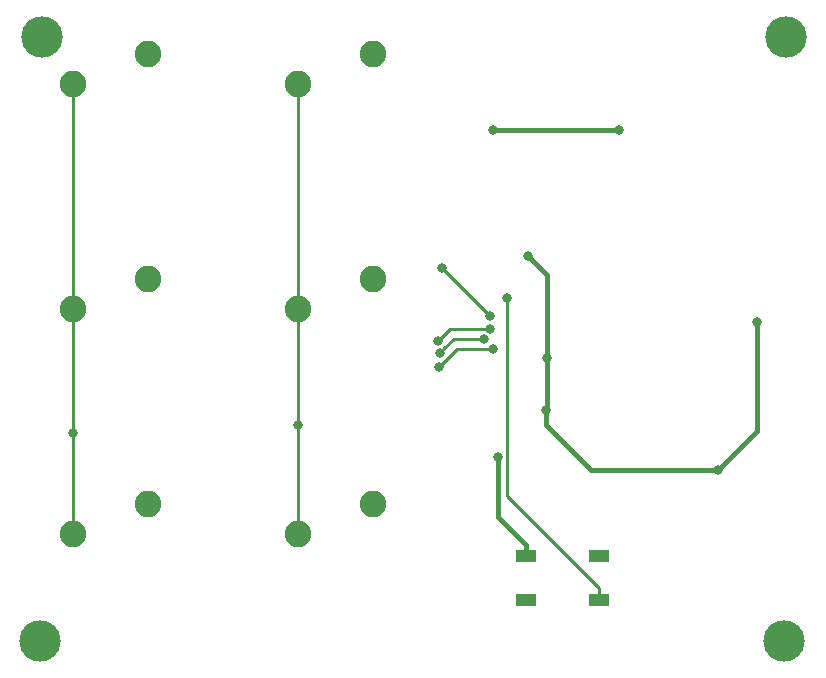
<source format=gtl>
G04 #@! TF.GenerationSoftware,KiCad,Pcbnew,(5.1.2)-2*
G04 #@! TF.CreationDate,2020-07-12T21:59:46+03:00*
G04 #@! TF.ProjectId,KB-Prototype,4b422d50-726f-4746-9f74-7970652e6b69,rev?*
G04 #@! TF.SameCoordinates,Original*
G04 #@! TF.FileFunction,Copper,L1,Top*
G04 #@! TF.FilePolarity,Positive*
%FSLAX46Y46*%
G04 Gerber Fmt 4.6, Leading zero omitted, Abs format (unit mm)*
G04 Created by KiCad (PCBNEW (5.1.2)-2) date 2020-07-12 21:59:46*
%MOMM*%
%LPD*%
G04 APERTURE LIST*
%ADD10C,3.500000*%
%ADD11R,1.800000X1.100000*%
%ADD12C,2.250000*%
%ADD13C,0.800000*%
%ADD14C,0.381000*%
%ADD15C,0.250000*%
G04 APERTURE END LIST*
D10*
X89789000Y-77978000D03*
X89916000Y-26797000D03*
X26797000Y-77978000D03*
X26924000Y-26797000D03*
D11*
X74093000Y-70794000D03*
X67893000Y-74494000D03*
X74093000Y-74494000D03*
X67893000Y-70794000D03*
D12*
X54927500Y-66357500D03*
X48577500Y-68897500D03*
X35877500Y-66357500D03*
X29527500Y-68897500D03*
X54927500Y-47307500D03*
X48577500Y-49847500D03*
X35877500Y-47307500D03*
X29527500Y-49847500D03*
X54927500Y-28257500D03*
X48577500Y-30797500D03*
X35877500Y-28257500D03*
X29527500Y-30797500D03*
D13*
X65532000Y-62357000D03*
X87503000Y-50927000D03*
X84201000Y-63500000D03*
X69596000Y-58420000D03*
X69723000Y-53975000D03*
X68072000Y-45339000D03*
X65151000Y-34671000D03*
X75819000Y-34671000D03*
X64897000Y-50419000D03*
X60833000Y-46355000D03*
X60452000Y-52578000D03*
X64897000Y-51562000D03*
X60579000Y-54737000D03*
X65151000Y-53213000D03*
X29527500Y-60388500D03*
X60593421Y-53567952D03*
X64342299Y-52394051D03*
X48577500Y-59668750D03*
X66294000Y-48895000D03*
D14*
X65532000Y-67502000D02*
X65532000Y-62357000D01*
X67893000Y-70794000D02*
X67893000Y-69863000D01*
X67893000Y-69863000D02*
X65532000Y-67502000D01*
X69723000Y-46990000D02*
X69723000Y-53975000D01*
X68072000Y-45339000D02*
X69723000Y-46990000D01*
X69723000Y-58293000D02*
X69596000Y-58420000D01*
X69723000Y-53975000D02*
X69723000Y-58293000D01*
X69596000Y-58420000D02*
X69596000Y-59690000D01*
X73406000Y-63500000D02*
X84201000Y-63500000D01*
X69596000Y-59690000D02*
X73406000Y-63500000D01*
X87503000Y-60198000D02*
X87503000Y-50927000D01*
X84201000Y-63500000D02*
X87503000Y-60198000D01*
X65151000Y-34671000D02*
X75819000Y-34671000D01*
D15*
X64897000Y-50419000D02*
X60833000Y-46355000D01*
X60452000Y-52578000D02*
X61468000Y-51562000D01*
X61468000Y-51562000D02*
X64897000Y-51562000D01*
X29527500Y-30797500D02*
X29527500Y-49847500D01*
X29527500Y-49847500D02*
X29527500Y-59753500D01*
X60579000Y-54737000D02*
X60978999Y-54337001D01*
X60978999Y-54337001D02*
X61595000Y-53721000D01*
X61595000Y-53721000D02*
X62103000Y-53213000D01*
X62103000Y-53213000D02*
X65151000Y-53213000D01*
X29527500Y-59753500D02*
X29527500Y-60388500D01*
X29527500Y-60388500D02*
X29527500Y-68897500D01*
X60993420Y-53167953D02*
X61005047Y-53167953D01*
X60593421Y-53567952D02*
X60993420Y-53167953D01*
X61005047Y-53167953D02*
X61778949Y-52394051D01*
X61778949Y-52394051D02*
X64342299Y-52394051D01*
X48577500Y-32388490D02*
X48577500Y-49847500D01*
X48577500Y-30797500D02*
X48577500Y-32388490D01*
X48577500Y-49847500D02*
X48577500Y-51438490D01*
X48577500Y-60515500D02*
X48577500Y-60732500D01*
X48577500Y-60515500D02*
X48577500Y-68897500D01*
X48577500Y-59372500D02*
X48577500Y-59668750D01*
X48577500Y-59372500D02*
X48577500Y-60515500D01*
X48577500Y-51438490D02*
X48577500Y-59372500D01*
X66294000Y-65659000D02*
X66294000Y-48895000D01*
X74093000Y-74494000D02*
X74093000Y-73458000D01*
X74093000Y-73458000D02*
X66294000Y-65659000D01*
M02*

</source>
